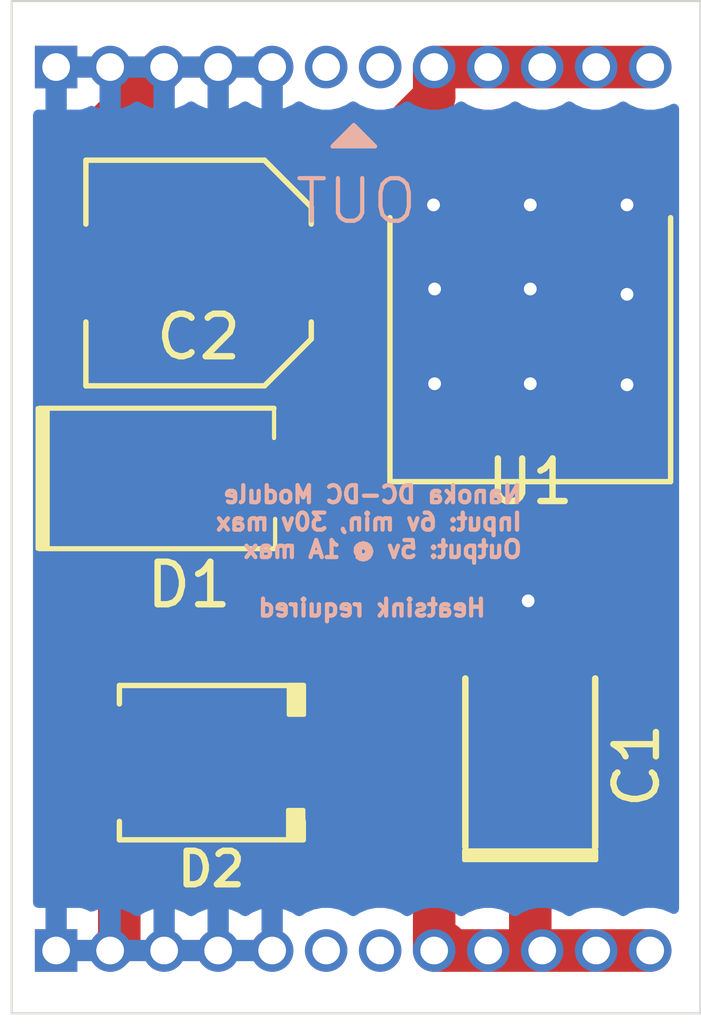
<source format=kicad_pcb>
(kicad_pcb (version 20241229) (generator "pcbnew") (generator_version "9.0")
  (layers (0 "F.Cu" signal) (2 "B.Cu" signal) (13 "F.Paste" user) (15 "B.Paste" user) (5 "F.SilkS" user "F.Silkscreen") (7 "B.SilkS" user "B.Silkscreen") (1 "F.Mask" user) (3 "B.Mask" user) (25 "Edge.Cuts" user))
  (net 0 "")
  (net 5 "IN+")
  (net 6 "GNDPWR")
  (net 7 "OUT+")
  (net 8 "Net-(D1-A)")
  (footprint "Custom:PinHeader_1x12_P1.27mm_Vertical_Modded" (layer "F.Cu") (at 115.28 108.9125 90)
    (property "Reference" "J1" (hide yes))
    (property "Value" "Conn_01x12_Pin" (hide yes))
    (pad "1" thru_hole rect (at 1.5 1.07 90) (size 1 1) (drill 0.65) (layers "*.Cu" "*.Mask") (net 6 "GNDPWR"))
    (pad "2" thru_hole oval (at 1.5 2.34 90) (size 1 1) (drill 0.65) (layers "*.Cu" "*.Mask") (net 6 "GNDPWR"))
    (pad "3" thru_hole oval (at 1.5 3.61 90) (size 1 1) (drill 0.65) (layers "*.Cu" "*.Mask") (net 6 "GNDPWR"))
    (pad "4" thru_hole oval (at 1.5 4.88 90) (size 1 1) (drill 0.65) (layers "*.Cu" "*.Mask") (net 6 "GNDPWR"))
    (pad "5" thru_hole oval (at 1.5 6.15 90) (size 1 1) (drill 0.65) (layers "*.Cu" "*.Mask") (net 6 "GNDPWR"))
    (pad "6" thru_hole oval (at 1.5 7.42 90) (size 1 1) (drill 0.65) (layers "*.Cu" "*.Mask"))
    (pad "7" thru_hole oval (at 1.5 8.69 90) (size 1 1) (drill 0.65) (layers "*.Cu" "*.Mask"))
    (pad "8" thru_hole oval (at 1.5 9.96 90) (size 1 1) (drill 0.65) (layers "*.Cu" "*.Mask") (net 5 "IN+"))
    (pad "9" thru_hole oval (at 1.5 11.23 90) (size 1 1) (drill 0.65) (layers "*.Cu" "*.Mask") (net 5 "IN+"))
    (pad "10" thru_hole oval (at 1.5 12.5 90) (size 1 1) (drill 0.65) (layers "*.Cu" "*.Mask") (net 5 "IN+"))
    (pad "11" thru_hole oval (at 1.5 13.77 90) (size 1 1) (drill 0.65) (layers "*.Cu" "*.Mask") (net 5 "IN+"))
    (pad "12" thru_hole oval (at 1.5 15.04 90) (size 1 1) (drill 0.65) (layers "*.Cu" "*.Mask") (net 5 "IN+"))
  )
  (footprint "Custom:DIOM4336X265N" (layer "F.Cu") (at 120 103 180)
    (property "Reference" "D2" (at 0 -2.5 0) (layer "F.SilkS") (effects (font (size 0.787402 0.787402))))
    (property "Value" "SMBJ36A" (hide yes))
    (fp_line (start 2.1625 1.8125) (end 2.1625 1.38) (stroke (width 0.127)) (layer "F.SilkS"))
    (fp_line (start 2.1625 -1.38) (end 2.1625 -1.8125) (stroke (width 0.127)) (layer "F.SilkS"))
    (fp_line (start 2.1625 -1.8125) (end -2.1625 -1.8125) (stroke (width 0.127)) (layer "F.SilkS"))
    (fp_line (start -2.1625 1.8125) (end 2.1625 1.8125) (stroke (width 0.127)) (layer "F.SilkS"))
    (fp_line (start -2.1625 1.8125) (end -2.1625 1.38) (stroke (width 0.127)) (layer "F.SilkS"))
    (fp_line (start -2.1625 -1.8125) (end -2.1625 -1.38) (stroke (width 0.127)) (layer "F.SilkS"))
    (pad "1" smd rect (at -2.165 0 180) (size 2.28 2.12) (layers "F.Cu" "F.Mask" "F.Paste") (net 5 "IN+"))
    (pad "2" smd rect (at 2.165 0 180) (size 2.28 2.12) (layers "F.Cu" "F.Mask" "F.Paste") (net 6 "GNDPWR"))
  )
  (footprint "Custom:VREG_L7805CDT-TR" (layer "F.Cu") (at 127.5 94.47)
    (property "Reference" "U1" (at 0 1.93 0) (layer "F.SilkS"))
    (property "Value" "L7805" (hide yes))
    (fp_line (start -3.3 -4.27) (end -3.3 1.93) (stroke (width 0.127)) (layer "F.SilkS"))
    (fp_line (start -3.3 1.93) (end 3.3 1.93) (stroke (width 0.127)) (layer "F.SilkS"))
    (fp_line (start 3.3 1.93) (end 3.3 -4.27) (stroke (width 0.127)) (layer "F.SilkS"))
    (pad "1" smd rect (at -2.28 4.2) (size 0.98 2.4) (layers "F.Cu" "F.Mask" "F.Paste") (net 5 "IN+"))
    (pad "2" smd rect (at 2.28 4.2) (size 0.98 2.4) (layers "F.Cu" "F.Mask" "F.Paste") (net 8 "Net-(D1-A)"))
    (pad "3" smd rect (at 0 -2.47) (size 5.86 5.57) (layers "F.Cu" "F.Mask") (net 6 "GNDPWR"))
  )
  (footprint "Custom:CAP_20SVPK68M" (layer "F.Cu") (at 119.7 91.5 180)
    (property "Reference" "C2" (at 0 -1.5 0) (layer "F.SilkS"))
    (property "Value" "330mf" (hide yes))
    (fp_line (start 2.65 2.65) (end 2.65 1.15) (stroke (width 0.127)) (layer "F.SilkS"))
    (fp_line (start 2.65 -2.65) (end 2.65 -1.15) (stroke (width 0.127)) (layer "F.SilkS"))
    (fp_line (start -1.55 2.65) (end 2.65 2.65) (stroke (width 0.127)) (layer "F.SilkS"))
    (fp_line (start -1.55 -2.65) (end 2.65 -2.65) (stroke (width 0.127)) (layer "F.SilkS"))
    (fp_line (start -2.65 1.55) (end -1.55 2.65) (stroke (width 0.127)) (layer "F.SilkS"))
    (fp_line (start -2.65 1.15) (end -2.65 1.55) (stroke (width 0.127)) (layer "F.SilkS"))
    (fp_line (start -2.65 -1.15) (end -2.65 -1.55) (stroke (width 0.127)) (layer "F.SilkS"))
    (fp_line (start -2.65 -1.55) (end -1.55 -2.65) (stroke (width 0.127)) (layer "F.SilkS"))
    (pad "1" smd rect (at -2.2 0 180) (size 3 1.6) (layers "F.Cu" "F.Mask" "F.Paste") (net 7 "OUT+"))
    (pad "2" smd rect (at 2.2 0 180) (size 3 1.6) (layers "F.Cu" "F.Mask" "F.Paste") (net 6 "GNDPWR"))
  )
  (footprint "Custom:CAPMP3.7X2.8_2.1N_KEM" (layer "F.Cu") (at 127.5 103 90)
    (property "Reference" "C1" (at -0.065549 2.5 90) (layer "F.SilkS"))
    (property "Value" "1uf" (hide yes))
    (fp_line (start 1.976996 -1.526997) (end -1.976996 -1.526997) (stroke (width 0.1524)) (layer "F.SilkS"))
    (fp_line (start -1.976996 1.526997) (end 1.976996 1.526997) (stroke (width 0.1524)) (layer "F.SilkS"))
    (pad "1" smd rect (at -1.299723 -0.000001 180) (size 2.299995 1.405349) (layers "F.Cu" "F.Mask" "F.Paste") (net 5 "IN+"))
    (pad "2" smd rect (at 1.299723 0.000001 180) (size 2.299995 1.405349) (layers "F.Cu" "F.Mask" "F.Paste") (net 6 "GNDPWR"))
  )
  (footprint "Diode_SMD:D_SMA" (layer "F.Cu") (at 119.475 96.325)
    (property "Reference" "D1" (at 0 2.5 180) (layer "F.SilkS"))
    (property "Value" "B160-E3" (hide yes))
    (fp_line (start -3.51 -1.65) (end -3.51 1.65) (stroke (width 0.12)) (layer "F.SilkS"))
    (fp_line (start -3.51 -1.65) (end 2 -1.65) (stroke (width 0.12)) (layer "F.SilkS"))
    (fp_line (start -3.51 1.65) (end 2 1.65) (stroke (width 0.12)) (layer "F.SilkS"))
    (pad "1" smd roundrect (at -2 0) (size 2.5 1.8) (layers "F.Cu" "F.Mask" "F.Paste") (roundrect_rratio 0.1388888889) (net 7 "OUT+"))
    (pad "2" smd roundrect (at 2 0) (size 2.5 1.8) (layers "F.Cu" "F.Mask" "F.Paste") (roundrect_rratio 0.1388888889) (net 8 "Net-(D1-A)"))
  )
  (footprint "Custom:PinHeader_1x12_P1.27mm_Vertical_Modded" (layer "F.Cu") (at 115.28 88.1625 90)
    (property "Reference" "J2" (hide yes))
    (property "Value" "Conn_01x12_Pin" (hide yes))
    (pad "1" thru_hole rect (at 1.5 1.07 90) (size 1 1) (drill 0.65) (layers "*.Cu" "*.Mask") (net 6 "GNDPWR"))
    (pad "2" thru_hole oval (at 1.5 2.34 90) (size 1 1) (drill 0.65) (layers "*.Cu" "*.Mask") (net 6 "GNDPWR"))
    (pad "3" thru_hole oval (at 1.5 3.61 90) (size 1 1) (drill 0.65) (layers "*.Cu" "*.Mask") (net 6 "GNDPWR"))
    (pad "4" thru_hole oval (at 1.5 4.88 90) (size 1 1) (drill 0.65) (layers "*.Cu" "*.Mask") (net 6 "GNDPWR"))
    (pad "5" thru_hole oval (at 1.5 6.15 90) (size 1 1) (drill 0.65) (layers "*.Cu" "*.Mask") (net 6 "GNDPWR"))
    (pad "6" thru_hole oval (at 1.5 7.42 90) (size 1 1) (drill 0.65) (layers "*.Cu" "*.Mask"))
    (pad "7" thru_hole oval (at 1.5 8.69 90) (size 1 1) (drill 0.65) (layers "*.Cu" "*.Mask"))
    (pad "8" thru_hole oval (at 1.5 9.96 90) (size 1 1) (drill 0.65) (layers "*.Cu" "*.Mask") (net 7 "OUT+"))
    (pad "9" thru_hole oval (at 1.5 11.23 90) (size 1 1) (drill 0.65) (layers "*.Cu" "*.Mask") (net 7 "OUT+"))
    (pad "10" thru_hole oval (at 1.5 12.5 90) (size 1 1) (drill 0.65) (layers "*.Cu" "*.Mask") (net 7 "OUT+"))
    (pad "11" thru_hole oval (at 1.5 13.77 90) (size 1 1) (drill 0.65) (layers "*.Cu" "*.Mask") (net 7 "OUT+"))
    (pad "12" thru_hole oval (at 1.5 15.04 90) (size 1 1) (drill 0.65) (layers "*.Cu" "*.Mask") (net 7 "OUT+"))
  )
  (gr_rect (start 121.821675 101.175) (end 122.178325 101.874998) (stroke (width 0.1)) (fill yes) (layer "F.SilkS"))
  (gr_line (start 121.5 97.975) (end 121.5 97.275) (stroke (width 0.1)) (layer "F.SilkS"))
  (gr_rect (start 115.915 94.675) (end 116.15 97.975) (stroke (width 0.1)) (fill yes) (layer "F.SilkS"))
  (gr_rect (start 125.946005 105.061502) (end 129.05 105.288498) (stroke (width 0.1)) (fill yes) (layer "F.SilkS"))
  (gr_rect (start 121.80585 104.1125) (end 122.1625 104.8125) (stroke (width 0.1)) (fill yes) (layer "F.SilkS"))
  (gr_line (start 121.475 95.375) (end 121.475 94.675) (stroke (width 0.1)) (layer "F.SilkS"))
  (gr_poly (pts (xy 122.85 88.525) (xy 123.85 88.525) (xy 123.35 88.025)) (stroke (width 0.1)) (fill yes) (layer "B.SilkS"))
  (gr_rect (start 115.305 85.1125) (end 131.5 108.8875) (stroke (width 0.05)) (fill no) (layer "Edge.Cuts"))
  (gr_text "Nanoka DC-DC Module\nInput: 6v min, 30v max\nOutput: 5v @ 1A max " (at 127.35 98.225 0) (layer "B.SilkS") (effects (font (size 0.4 0.4) (thickness 0.1)) (justify left bottom mirror)))
  (gr_text "Heatsink required" (at 126.5 99.6 0) (layer "B.SilkS") (effects (font (size 0.4 0.4) (thickness 0.1)) (justify left bottom mirror)))
  (gr_text "OUT" (at 124.9 90.4 0) (layer "B.SilkS") (effects (font (size 1 1) (thickness 0.1)) (justify left bottom mirror)))
  (segment (start 122.165 103) (end 125.24 106.075) (width 1) (layer "F.Cu") (net 5))
  (segment (start 125.24 107.4125) (end 125.5 107.4125) (width 1) (layer "F.Cu") (net 5))
  (segment (start 125.22 98.67) (end 122.165 101.725) (width 1) (layer "F.Cu") (net 5))
  (segment (start 127.499999 107.132499) (end 127.78 107.4125) (width 1) (layer "F.Cu") (net 5))
  (segment (start 127.499999 104.299723) (end 127.499999 107.132499) (width 1) (layer "F.Cu") (net 5))
  (segment (start 122.165 103) (end 122.165 101.725) (width 1) (layer "F.Cu") (net 5))
  (segment (start 125.5 107.4125) (end 130.32 107.4125) (width 1) (layer "F.Cu") (net 5))
  (segment (start 125.24 106.075) (end 125.24 107.4125) (width 1) (layer "F.Cu") (net 5))
  (segment (start 125.5 107.244029) (end 125.5 107.4125) (width 1) (layer "F.Cu") (net 5))
  (segment (start 127.475 101.675276) (end 127.500001 101.700277) (width 1) (layer "F.Cu") (net 6))
  (segment (start 127.475 99.225) (end 127.475 101.675276) (width 1) (layer "F.Cu") (net 6))
  (segment (start 117.835 107.1975) (end 117.62 107.4125) (width 1) (layer "F.Cu") (net 6))
  (segment (start 117.5 88.0525) (end 118.89 86.6625) (width 1) (layer "F.Cu") (net 6))
  (segment (start 127.45 99.2) (end 127.475 99.225) (width 1) (layer "F.Cu") (net 6))
  (segment (start 117.835 103) (end 117.835 107.1975) (width 1) (layer "F.Cu") (net 6))
  (segment (start 117.5 91.5) (end 117.5 88.0525) (width 1) (layer "F.Cu") (net 6))
  (via (at 127.5 94.1) (size 1.2) (drill 0.3) (layers "F.Cu" "B.Cu") (net 6))
  (via (at 125.25 91.875) (size 1.2) (drill 0.3) (layers "F.Cu" "B.Cu") (net 6))
  (via (at 129.775 89.9) (size 1.2) (drill 0.3) (layers "F.Cu" "B.Cu") (net 6))
  (via (at 127.5 89.9) (size 1.2) (drill 0.3) (layers "F.Cu" "B.Cu") (net 6))
  (via (at 125.25 94.1) (size 1.2) (drill 0.3) (layers "F.Cu" "B.Cu") (net 6))
  (via (at 127.5 91.875) (size 1.2) (drill 0.3) (layers "F.Cu" "B.Cu") (net 6))
  (via (at 127.45 99.2) (size 1.2) (drill 0.3) (layers "F.Cu" "B.Cu") (net 6))
  (via (at 129.775 92) (size 1.2) (drill 0.3) (layers "F.Cu" "B.Cu") (net 6))
  (via (at 125.225 89.9) (size 1.2) (drill 0.3) (layers "F.Cu" "B.Cu") (net 6))
  (via (at 129.775 94.125) (size 1.2) (drill 0.3) (layers "F.Cu" "B.Cu") (net 6))
  (segment (start 125.24 87.369606) (end 125.24 86.6625) (width 1) (layer "F.Cu") (net 7))
  (segment (start 117.475 96.325) (end 117.475 95.925) (width 1) (layer "F.Cu") (net 7))
  (segment (start 121.9 91.5) (end 121.9 90.709606) (width 1) (layer "F.Cu") (net 7))
  (segment (start 125.24 86.6625) (end 130.32 86.6625) (width 1) (layer "F.Cu") (net 7))
  (segment (start 122.2 91.5) (end 122.9425 91.5) (width 1) (layer "F.Cu") (net 7))
  (segment (start 117.475 95.925) (end 121.9 91.5) (width 1) (layer "F.Cu") (net 7))
  (segment (start 121.9 90.709606) (end 125.24 87.369606) (width 1) (layer "F.Cu") (net 7))
  (segment (start 129.78 97.63) (end 128.425 96.275) (width 1) (layer "F.Cu") (net 8))
  (segment (start 128.375 96.325) (end 121.475 96.325) (width 1) (layer "F.Cu") (net 8))
  (segment (start 129.78 98.67) (end 129.78 97.63) (width 1) (layer "F.Cu") (net 8))
  (segment (start 128.425 96.275) (end 128.375 96.325) (width 1) (layer "F.Cu") (net 8))
  (zone (net 6) (net_name "GNDPWR") (layer "B.Cu") (connect_pads (clearance 0.5)) (min_thickness 0.25) (fill yes (thermal_gap 0.5) (thermal_bridge_width 0.5) (island_removal_mode 1) (island_area_min 10))
    (polygon (pts (xy 131 108.5) (xy 115.5 108.5) (xy 115.5 85.5) (xy 131 85.5)))
  )
)
</source>
